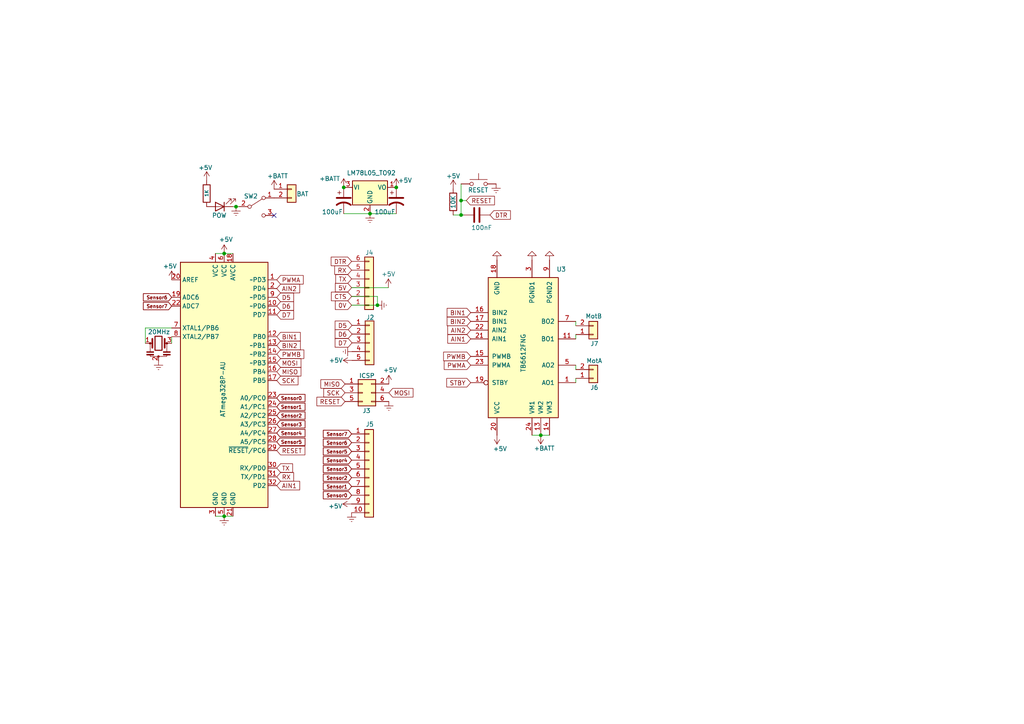
<source format=kicad_sch>
(kicad_sch (version 20230121) (generator eeschema)
  (paper "A4")
  (lib_symbols
    (symbol "ATmega328P-A_1"
      (property "Value" "ATmega328P-AU " (at -0.381 -9.398 90))
      (symbol "ATmega328P-A_1_0_1"
        (rectangle (start -12.7 -35.56) (end 12.7 35.56) (stroke (width 0.254)) (fill (type background)))
      )
      (symbol "ATmega328P-A_1_1_1"
        (pin bidirectional line (at 15.24 30.48 180) (length 2.54) (name "~PD3") (number "1"))
        (pin bidirectional line (at 15.24 22.86 180) (length 2.54) (name "~PD6") (number "10"))
        (pin bidirectional line (at 15.24 20.32 180) (length 2.54) (name "PD7") (number "11"))
        (pin bidirectional line (at 15.24 13.97 180) (length 2.54) (name "PB0") (number "12"))
        (pin bidirectional line (at 15.24 11.43 180) (length 2.54) (name "~PB1") (number "13"))
        (pin bidirectional line (at 15.24 8.89 180) (length 2.54) (name "~PB2") (number "14"))
        (pin bidirectional line (at 15.24 6.35 180) (length 2.54) (name "~PB3") (number "15"))
        (pin bidirectional line (at 15.24 3.81 180) (length 2.54) (name "PB4") (number "16"))
        (pin bidirectional line (at 15.24 1.27 180) (length 2.54) (name "PB5") (number "17"))
        (pin power_in line (at 2.54 38.1 270) (length 2.54) (name "AVCC") (number "18"))
        (pin input line (at -15.24 25.4 0) (length 2.54) (name "ADC6") (number "19"))
        (pin bidirectional line (at 15.24 27.94 180) (length 2.54) (name "PD4") (number "2"))
        (pin passive line (at -15.24 30.48 0) (length 2.54) (name "AREF") (number "20"))
        (pin passive line (at 2.54 -38.1 90) (length 2.54) (name "GND") (number "21"))
        (pin input line (at -15.24 22.86 0) (length 2.54) (name "ADC7") (number "22"))
        (pin bidirectional line (at 15.24 -3.81 180) (length 2.54) (name "A0/PC0") (number "23"))
        (pin bidirectional line (at 15.24 -6.35 180) (length 2.54) (name "A1/PC1") (number "24"))
        (pin bidirectional line (at 15.24 -8.89 180) (length 2.54) (name "A2/PC2") (number "25"))
        (pin bidirectional line (at 15.24 -11.43 180) (length 2.54) (name "A3/PC3") (number "26"))
        (pin bidirectional line (at 15.24 -13.97 180) (length 2.54) (name "A4/PC4") (number "27"))
        (pin bidirectional line (at 15.24 -16.51 180) (length 2.54) (name "A5/PC5") (number "28"))
        (pin bidirectional line (at 15.24 -19.05 180) (length 2.54) (name "~{RESET}/PC6") (number "29"))
        (pin power_in line (at -2.54 -38.1 90) (length 2.54) (name "GND") (number "3"))
        (pin bidirectional line (at 15.24 -24.13 180) (length 2.54) (name "RX/PD0") (number "30"))
        (pin bidirectional line (at 15.24 -26.67 180) (length 2.54) (name "TX/PD1") (number "31"))
        (pin bidirectional line (at 15.24 -29.21 180) (length 2.54) (name "PD2") (number "32"))
        (pin power_in line (at -2.54 38.1 270) (length 2.54) (name "VCC") (number "4"))
        (pin passive line (at 0 -38.1 90) (length 2.54) (name "GND") (number "5"))
        (pin passive line (at 0 38.1 270) (length 2.54) (name "VCC") (number "6"))
        (pin bidirectional line (at -15.24 16.51 0) (length 2.54) (name "XTAL1/PB6") (number "7"))
        (pin bidirectional line (at -15.24 13.97 0) (length 2.54) (name "XTAL2/PB7") (number "8"))
        (pin bidirectional line (at 15.24 25.4 180) (length 2.54) (name "~PD5") (number "9"))
      )
    )
    (symbol "Connector_Generic:Conn_01x02" (pin_names (offset 1.016) hide)
      (property "Reference" "J" (at 0 2.54 0))
      (property "Value" "Conn_01x02" (at 0 -5.08 0))
      (symbol "Conn_01x02_1_1"
        (rectangle (start -1.27 -2.413) (end 0 -2.667) (stroke (width 0.1524)))
        (rectangle (start -1.27 0.127) (end 0 -0.127) (stroke (width 0.1524)))
        (rectangle (start -1.27 1.27) (end 1.27 -3.81) (stroke (width 0.254)) (fill (type background)))
        (pin passive line (at -5.08 0 0) (length 3.81) (name "Pin_1") (number "1"))
        (pin passive line (at -5.08 -2.54 0) (length 3.81) (name "Pin_2") (number "2"))
      )
    )
    (symbol "Connector_Generic:Conn_01x05" (pin_names (offset 1.016) hide)
      (property "Reference" "J" (at 0 7.62 0))
      (property "Value" "Conn_01x05" (at 0 -7.62 0))
      (symbol "Conn_01x05_1_1"
        (rectangle (start -1.27 -4.953) (end 0 -5.207) (stroke (width 0.1524)))
        (rectangle (start -1.27 -2.413) (end 0 -2.667) (stroke (width 0.1524)))
        (rectangle (start -1.27 0.127) (end 0 -0.127) (stroke (width 0.1524)))
        (rectangle (start -1.27 2.667) (end 0 2.413) (stroke (width 0.1524)))
        (rectangle (start -1.27 5.207) (end 0 4.953) (stroke (width 0.1524)))
        (rectangle (start -1.27 6.35) (end 1.27 -6.35) (stroke (width 0.254)) (fill (type background)))
        (pin passive line (at -5.08 5.08 0) (length 3.81) (name "Pin_1") (number "1"))
        (pin passive line (at -5.08 2.54 0) (length 3.81) (name "Pin_2") (number "2"))
        (pin passive line (at -5.08 0 0) (length 3.81) (name "Pin_3") (number "3"))
        (pin passive line (at -5.08 -2.54 0) (length 3.81) (name "Pin_4") (number "4"))
        (pin passive line (at -5.08 -5.08 0) (length 3.81) (name "Pin_5") (number "5"))
      )
    )
    (symbol "Connector_Generic:Conn_01x10" (pin_names (offset 1.016) hide)
      (property "Reference" "J" (at 0 12.7 0))
      (property "Value" "Conn_01x10" (at 0 -15.24 0))
      (symbol "Conn_01x10_1_1"
        (rectangle (start -1.27 -12.573) (end 0 -12.827) (stroke (width 0.1524)))
        (rectangle (start -1.27 -10.033) (end 0 -10.287) (stroke (width 0.1524)))
        (rectangle (start -1.27 -7.493) (end 0 -7.747) (stroke (width 0.1524)))
        (rectangle (start -1.27 -4.953) (end 0 -5.207) (stroke (width 0.1524)))
        (rectangle (start -1.27 -2.413) (end 0 -2.667) (stroke (width 0.1524)))
        (rectangle (start -1.27 0.127) (end 0 -0.127) (stroke (width 0.1524)))
        (rectangle (start -1.27 2.667) (end 0 2.413) (stroke (width 0.1524)))
        (rectangle (start -1.27 5.207) (end 0 4.953) (stroke (width 0.1524)))
        (rectangle (start -1.27 7.747) (end 0 7.493) (stroke (width 0.1524)))
        (rectangle (start -1.27 10.287) (end 0 10.033) (stroke (width 0.1524)))
        (rectangle (start -1.27 11.43) (end 1.27 -13.97) (stroke (width 0.254)) (fill (type background)))
        (pin passive line (at -5.08 10.16 0) (length 3.81) (name "Pin_1") (number "1"))
        (pin passive line (at -5.08 -12.7 0) (length 3.81) (name "Pin_10") (number "10"))
        (pin passive line (at -5.08 7.62 0) (length 3.81) (name "Pin_2") (number "2"))
        (pin passive line (at -5.08 5.08 0) (length 3.81) (name "Pin_3") (number "3"))
        (pin passive line (at -5.08 2.54 0) (length 3.81) (name "Pin_4") (number "4"))
        (pin passive line (at -5.08 0 0) (length 3.81) (name "Pin_5") (number "5"))
        (pin passive line (at -5.08 -2.54 0) (length 3.81) (name "Pin_6") (number "6"))
        (pin passive line (at -5.08 -5.08 0) (length 3.81) (name "Pin_7") (number "7"))
        (pin passive line (at -5.08 -7.62 0) (length 3.81) (name "Pin_8") (number "8"))
        (pin passive line (at -5.08 -10.16 0) (length 3.81) (name "Pin_9") (number "9"))
      )
    )
    (symbol "Connector_Generic:Conn_02x03_Odd_Even" (pin_names (offset 1.016) hide)
      (property "Reference" "J" (at 1.27 5.08 0))
      (property "Value" "Conn_02x03_Odd_Even" (at 1.27 -5.08 0))
      (symbol "Conn_02x03_Odd_Even_1_1"
        (rectangle (start -1.27 -2.413) (end 0 -2.667) (stroke (width 0.1524)))
        (rectangle (start -1.27 0.127) (end 0 -0.127) (stroke (width 0.1524)))
        (rectangle (start -1.27 2.667) (end 0 2.413) (stroke (width 0.1524)))
        (rectangle (start -1.27 3.81) (end 3.81 -3.81) (stroke (width 0.254)) (fill (type background)))
        (rectangle (start 3.81 -2.413) (end 2.54 -2.667) (stroke (width 0.1524)))
        (rectangle (start 3.81 0.127) (end 2.54 -0.127) (stroke (width 0.1524)))
        (rectangle (start 3.81 2.667) (end 2.54 2.413) (stroke (width 0.1524)))
        (pin passive line (at -5.08 2.54 0) (length 3.81) (name "Pin_1") (number "1"))
        (pin passive line (at 7.62 2.54 180) (length 3.81) (name "Pin_2") (number "2"))
        (pin passive line (at -5.08 0 0) (length 3.81) (name "Pin_3") (number "3"))
        (pin passive line (at 7.62 0 180) (length 3.81) (name "Pin_4") (number "4"))
        (pin passive line (at -5.08 -2.54 0) (length 3.81) (name "Pin_5") (number "5"))
        (pin passive line (at 7.62 -2.54 180) (length 3.81) (name "Pin_6") (number "6"))
      )
    )
    (symbol "Connector_Generic_MountingPin:Conn_01x06_MountingPin" (pin_names (offset 1.016) hide)
      (symbol "Conn_01x06_MountingPin_1_1"
        (rectangle (start -1.27 -7.493) (end 0 -7.747) (stroke (width 0.1524)))
        (rectangle (start -1.27 -4.953) (end 0 -5.207) (stroke (width 0.1524)))
        (rectangle (start -1.27 -2.413) (end 0 -2.667) (stroke (width 0.1524)))
        (rectangle (start -1.27 0.127) (end 0 -0.127) (stroke (width 0.1524)))
        (rectangle (start -1.27 2.667) (end 0 2.413) (stroke (width 0.1524)))
        (rectangle (start -1.27 5.207) (end 0 4.953) (stroke (width 0.1524)))
        (rectangle (start -1.27 6.35) (end 1.27 -8.89) (stroke (width 0.254)) (fill (type background)))
        (pin passive line (at -5.08 5.08 0) (length 3.81) (name "Pin_1") (number "1"))
        (pin passive line (at -5.08 2.54 0) (length 3.81) (name "Pin_2") (number "2"))
        (pin passive line (at -5.08 0 0) (length 3.81) (name "Pin_3") (number "3"))
        (pin passive line (at -5.08 -2.54 0) (length 3.81) (name "Pin_4") (number "4"))
        (pin passive line (at -5.08 -5.08 0) (length 3.81) (name "Pin_5") (number "5"))
        (pin passive line (at -5.08 -7.62 0) (length 3.81) (name "Pin_6") (number "6"))
      )
    )
    (symbol "Device:C" (pin_numbers hide) (pin_names (offset 0.254))
      (property "Reference" "C" (at 0.635 2.54 0))
      (property "Value" "C" (at 0.635 -2.54 0))
      (symbol "C_0_1"
        (polyline (pts (xy -2.032 -0.762) (xy 2.032 -0.762)) (stroke (width 0.508)))
        (polyline (pts (xy -2.032 0.762) (xy 2.032 0.762)) (stroke (width 0.508)))
      )
      (symbol "C_1_1"
        (pin passive line (at 0 3.81 270) (length 2.794) (name "~") (number "1"))
        (pin passive line (at 0 -3.81 90) (length 2.794) (name "~") (number "2"))
      )
    )
    (symbol "Device:C_Polarized_US" (pin_numbers hide) (pin_names (offset 0.254) hide)
      (property "Reference" "C" (at 0.635 2.54 0))
      (property "Value" "C_Polarized_US" (at 0.635 -2.54 0))
      (symbol "C_Polarized_US_0_1"
        (polyline (pts (xy -2.032 0.762) (xy 2.032 0.762)) (stroke (width 0.508)))
        (polyline (pts (xy -1.778 2.286) (xy -0.762 2.286)))
        (polyline (pts (xy -1.27 1.778) (xy -1.27 2.794)))
        (arc (start 2.032 -1.27) (mid 0 -0.5572) (end -2.032 -1.27) (stroke (width 0.508)))
      )
      (symbol "C_Polarized_US_1_1"
        (pin passive line (at 0 3.81 270) (length 2.794) (name "~") (number "1"))
        (pin passive line (at 0 -3.81 90) (length 3.302) (name "~") (number "2"))
      )
    )
    (symbol "Device:LED" (pin_numbers hide) (pin_names (offset 1.016) hide)
      (property "Reference" "D" (at 0 2.54 0))
      (property "Value" "LED" (at 0 -2.54 0))
      (symbol "LED_0_1"
        (polyline (pts (xy -1.27 -1.27) (xy -1.27 1.27)) (stroke (width 0.254)))
        (polyline (pts (xy -1.27 0) (xy 1.27 0)))
        (polyline (pts (xy 1.27 -1.27) (xy 1.27 1.27) (xy -1.27 0) (xy 1.27 -1.27)) (stroke (width 0.254)))
        (polyline (pts (xy -3.048 -0.762) (xy -4.572 -2.286) (xy -3.81 -2.286) (xy -4.572 -2.286) (xy -4.572 -1.524)))
        (polyline (pts (xy -1.778 -0.762) (xy -3.302 -2.286) (xy -2.54 -2.286) (xy -3.302 -2.286) (xy -3.302 -1.524)))
      )
      (symbol "LED_1_1"
        (pin passive line (at -3.81 0 0) (length 2.54) (name "K") (number "1"))
        (pin passive line (at 3.81 0 180) (length 2.54) (name "A") (number "2"))
      )
    )
    (symbol "Device:R" (pin_numbers hide) (pin_names (offset 0))
      (property "Reference" "R" (at 2.032 0 90))
      (property "Value" "R" (at 0 0 90))
      (symbol "R_0_1"
        (rectangle (start -1.016 -2.54) (end 1.016 2.54) (stroke (width 0.254)))
      )
      (symbol "R_1_1"
        (pin passive line (at 0 3.81 270) (length 1.27) (name "~") (number "1"))
        (pin passive line (at 0 -3.81 90) (length 1.27) (name "~") (number "2"))
      )
    )
    (symbol "Device:Resonator" (pin_names (offset 1.016) hide)
      (property "Reference" "Y" (at 0 5.715 0))
      (property "Value" "Resonator" (at 0 3.81 0))
      (symbol "Resonator_0_1"
        (rectangle (start -3.429 -3.175) (end -1.397 -3.429) (fill (type outline)))
        (rectangle (start -3.429 -2.413) (end -1.397 -2.667) (fill (type outline)))
        (circle (center -2.413 0) (radius 0.254) (fill (type outline)))
        (rectangle (start -1.016 2.032) (end 1.016 -2.032) (stroke (width 0.3048)))
        (circle (center 0 -3.81) (radius 0.254) (fill (type outline)))
        (polyline (pts (xy -2.413 -2.413) (xy -2.413 0)))
        (polyline (pts (xy -1.905 0) (xy -3.175 0)))
        (polyline (pts (xy -1.778 -1.27) (xy -1.778 1.27)) (stroke (width 0.508)))
        (polyline (pts (xy 1.778 -1.27) (xy 1.778 1.27)) (stroke (width 0.508)))
        (polyline (pts (xy 1.905 0) (xy 2.54 0)))
        (polyline (pts (xy 2.413 0) (xy 2.413 -2.54)))
        (polyline (pts (xy 2.413 -3.302) (xy 2.413 -3.81) (xy -2.413 -3.81) (xy -2.413 -3.302)))
        (rectangle (start 1.397 -3.175) (end 3.429 -3.429) (fill (type outline)))
        (rectangle (start 1.397 -2.413) (end 3.429 -2.667) (fill (type outline)))
        (circle (center 2.413 0) (radius 0.254) (fill (type outline)))
      )
      (symbol "Resonator_1_1"
        (pin passive line (at -3.81 0 0) (length 1.27) (name "1") (number "1"))
        (pin passive line (at 0 -5.08 90) (length 1.27) (name "2") (number "2"))
        (pin passive line (at 3.81 0 180) (length 1.27) (name "3") (number "3"))
      )
    )
    (symbol "Driver_Motor:TB6612FNG" (pin_names (offset 1.016))
      (property "Reference" "U" (at 11.43 17.78 0))
      (property "Value" "TB6612FNG" (at 11.43 15.24 0))
      (symbol "TB6612FNG_0_1"
        (rectangle (start -10.16 20.32) (end 10.16 -20.32) (stroke (width 0.254)) (fill (type background)))
      )
      (symbol "TB6612FNG_1_1"
        (pin output line (at 15.24 10.16 180) (length 5.08) (name "AO1") (number "1"))
        (pin passive line (at 7.62 -25.4 90) (length 5.08) hide (name "PGND2") (number "10"))
        (pin output line (at 15.24 -2.54 180) (length 5.08) (name "BO1") (number "11"))
        (pin passive line (at 15.24 -2.54 180) (length 5.08) hide (name "BO1") (number "12"))
        (pin power_in line (at 5.08 25.4 270) (length 5.08) (name "VM2") (number "13"))
        (pin power_in line (at 7.62 25.4 270) (length 5.08) (name "VM3") (number "14"))
        (pin input line (at -15.24 2.54 0) (length 5.08) (name "PWMB") (number "15"))
        (pin input line (at -15.24 -10.16 0) (length 5.08) (name "BIN2") (number "16"))
        (pin input line (at -15.24 -7.62 0) (length 5.08) (name "BIN1") (number "17"))
        (pin power_in line (at -7.62 -25.4 90) (length 5.08) (name "GND") (number "18"))
        (pin input inverted (at -15.24 10.16 0) (length 5.08) (name "STBY") (number "19"))
        (pin passive line (at 15.24 10.16 180) (length 5.08) hide (name "AO1") (number "2"))
        (pin power_in line (at -7.62 25.4 270) (length 5.08) (name "VCC") (number "20"))
        (pin input line (at -15.24 -2.54 0) (length 5.08) (name "AIN1") (number "21"))
        (pin input line (at -15.24 -5.08 0) (length 5.08) (name "AIN2") (number "22"))
        (pin input line (at -15.24 5.08 0) (length 5.08) (name "PWMA") (number "23"))
        (pin power_in line (at 2.54 25.4 270) (length 5.08) (name "VM1") (number "24"))
        (pin power_in line (at 2.54 -25.4 90) (length 5.08) (name "PGND1") (number "3"))
        (pin passive line (at 2.54 -25.4 90) (length 5.08) hide (name "PGND1") (number "4"))
        (pin output line (at 15.24 5.08 180) (length 5.08) (name "AO2") (number "5"))
        (pin passive line (at 15.24 5.08 180) (length 5.08) hide (name "AO2") (number "6"))
        (pin output line (at 15.24 -7.62 180) (length 5.08) (name "BO2") (number "7"))
        (pin passive line (at 15.24 -7.62 180) (length 5.08) hide (name "BO2") (number "8"))
        (pin power_in line (at 7.62 -25.4 90) (length 5.08) (name "PGND2") (number "9"))
      )
    )
    (symbol "Regulator_Linear:LM78L05_TO92" (pin_names (offset 0.254))
      (property "Reference" "U" (at -3.81 3.175 0))
      (property "Value" "LM78L05_TO92" (at 0 3.175 0))
      (symbol "LM78L05_TO92_0_1"
        (rectangle (start -5.08 -5.08) (end 5.08 1.905) (stroke (width 0.254)) (fill (type background)))
      )
      (symbol "LM78L05_TO92_1_1"
        (pin power_out line (at 7.62 0 180) (length 2.54) (name "VO") (number "1"))
        (pin power_in line (at 0 -7.62 90) (length 2.54) (name "GND") (number "2"))
        (pin power_in line (at -7.62 0 0) (length 2.54) (name "VI") (number "3"))
      )
    )
    (symbol "Switch:SW_Push" (pin_numbers hide) (pin_names (offset 1.016) hide)
      (property "Reference" "SW" (at 1.27 2.54 0))
      (property "Value" "SW_Push" (at 0 -1.524 0))
      (symbol "SW_Push_0_1"
        (circle (center -2.032 0) (radius 0.508))
        (polyline (pts (xy 0 1.27) (xy 0 3.048)))
        (polyline (pts (xy 2.54 1.27) (xy -2.54 1.27)))
        (circle (center 2.032 0) (radius 0.508))
        (pin passive line (at -5.08 0 0) (length 2.54) (name "1") (number "1"))
        (pin passive line (at 5.08 0 180) (length 2.54) (name "2") (number "2"))
      )
    )
    (symbol "Switch:SW_SPDT" (pin_names (offset 0) hide)
      (property "Reference" "SW" (at 0 4.318 0))
      (property "Value" "SW_SPDT" (at 0 -5.08 0))
      (symbol "SW_SPDT_0_0"
        (circle (center -2.032 0) (radius 0.508))
        (circle (center 2.032 -2.54) (radius 0.508))
      )
      (symbol "SW_SPDT_0_1"
        (polyline (pts (xy -1.524 0.254) (xy 1.651 2.286)))
        (circle (center 2.032 2.54) (radius 0.508))
      )
      (symbol "SW_SPDT_1_1"
        (pin passive line (at 5.08 2.54 180) (length 2.54) (name "A") (number "1"))
        (pin passive line (at -5.08 0 0) (length 2.54) (name "B") (number "2"))
        (pin passive line (at 5.08 -2.54 180) (length 2.54) (name "C") (number "3"))
      )
    )
    (symbol "power:+5V" (power) (pin_names (offset 0))
      (property "Value" "+5V" (at 0 3.556 0))
      (symbol "+5V_0_1"
        (polyline (pts (xy -0.762 1.27) (xy 0 2.54)))
        (polyline (pts (xy 0 0) (xy 0 2.54)))
        (polyline (pts (xy 0 2.54) (xy 0.762 1.27)))
      )
      (symbol "+5V_1_1"
        (pin power_in line (at 0 0 90) (length 0) hide (name "+5V") (number "1"))
      )
    )
    (symbol "power:+BATT" (power) (pin_names (offset 0))
      (property "Value" "+BATT" (at 0 3.556 0))
      (symbol "+BATT_0_1"
        (polyline (pts (xy -0.762 1.27) (xy 0 2.54)))
        (polyline (pts (xy 0 0) (xy 0 2.54)))
        (polyline (pts (xy 0 2.54) (xy 0.762 1.27)))
      )
      (symbol "+BATT_1_1"
        (pin power_in line (at 0 0 90) (length 0) hide (name "+BATT") (number "1"))
      )
    )
    (symbol "power:Earth" (power) (pin_names (offset 0))
      (symbol "Earth_0_1"
        (polyline (pts (xy -0.635 -1.905) (xy 0.635 -1.905)))
        (polyline (pts (xy -0.127 -2.54) (xy 0.127 -2.54)))
        (polyline (pts (xy 0 -1.27) (xy 0 0)))
        (polyline (pts (xy 1.27 -1.27) (xy -1.27 -1.27)))
      )
      (symbol "Earth_1_1"
        (pin power_in line (at 0 0 270) (length 0) hide (name "Earth") (number "1"))
      )
    )
    (symbol "power:GND" (power) (pin_names (offset 0))
      (property "Value" "GND" (at 0 -3.81 0))
      (symbol "GND_0_1"
        (polyline (pts (xy 0 0) (xy 0 -1.27) (xy 1.27 -1.27) (xy 0 -2.54) (xy -1.27 -1.27) (xy 0 -1.27)))
      )
      (symbol "GND_1_1"
        (pin power_in line (at 0 0 270) (length 0) hide (name "GND") (number "1"))
      )
    )
  )
  (junction (at 99.695 54.356))
  (junction (at 65.024 149.733))
  (junction (at 133.731 62.357))
  (junction (at 156.845 126.238))
  (junction (at 68.453 59.944))
  (junction (at 114.935 54.356))
  (junction (at 133.731 58.166))
  (junction (at 107.315 61.976))
  (junction (at 109.474 88.519))
  (junction (at 65.024 73.533))
  (no_connect (at 79.502 62.484))
  (wire (pts (xy 67.564 59.944) (xy 68.453 59.944)))
  (wire (pts (xy 42.164 99.568) (xy 42.164 95.123)))
  (wire (pts (xy 107.315 61.976) (xy 114.935 61.976)))
  (wire (pts (xy 156.845 126.238) (xy 159.385 126.238)))
  (wire (pts (xy 99.695 61.976) (xy 107.315 61.976)))
  (wire (pts (xy 134.493 62.357) (xy 133.731 62.357)))
  (wire (pts (xy 167.005 107.188) (xy 167.005 105.918)))
  (wire (pts (xy 167.005 94.488) (xy 167.005 93.218)))
  (wire (pts (xy 133.731 58.166) (xy 133.731 62.357)))
  (wire (pts (xy 133.731 53.34) (xy 133.731 58.166)))
  (wire (pts (xy 109.474 85.979) (xy 101.981 85.979)))
  (wire (pts (xy 109.474 88.519) (xy 101.981 88.519)))
  (wire (pts (xy 131.445 62.357) (xy 133.731 62.357)))
  (wire (pts (xy 112.649 83.439) (xy 101.981 83.439)))
  (wire (pts (xy 62.484 73.533) (xy 65.024 73.533)))
  (wire (pts (xy 167.005 98.298) (xy 167.005 97.028)))
  (wire (pts (xy 65.024 149.733) (xy 67.564 149.733)))
  (wire (pts (xy 65.024 73.533) (xy 67.564 73.533)))
  (wire (pts (xy 62.484 149.733) (xy 65.024 149.733)))
  (wire (pts (xy 109.474 88.519) (xy 109.474 85.979)))
  (wire (pts (xy 49.784 99.568) (xy 49.784 97.663)))
  (wire (pts (xy 167.005 109.728) (xy 167.005 110.998)))
  (wire (pts (xy 68.453 59.944) (xy 69.342 59.944)))
  (wire (pts (xy 154.305 126.238) (xy 156.845 126.238)))
  (wire (pts (xy 135.255 58.166) (xy 133.731 58.166)))
  (wire (pts (xy 42.164 95.123) (xy 49.784 95.123)))
  (global_label "DTR" (shape input) (at 142.113 62.357 0) (property "Intersheetrefs" "${INTERSHEET_REFS}" (effects hide)))
  (global_label "Sensor4" (shape input) (at 101.981 133.477 180) (effects (font (size 1 1) (thickness 0.2) bold)) (property "Intersheetrefs" "${INTERSHEET_REFS}" (effects hide)))
  (global_label "PWMA" (shape input) (at 80.264 81.153 0) (property "Intersheetrefs" "${INTERSHEET_REFS}" (effects hide)))
  (global_label "SCK" (shape input) (at 100.076 113.919 180) (property "Intersheetrefs" "${INTERSHEET_REFS}" (effects hide)))
  (global_label "AIN2" (shape input) (at 80.264 83.693 0) (property "Intersheetrefs" "${INTERSHEET_REFS}" (effects hide)))
  (global_label "RX" (shape input) (at 101.981 78.359 180) (property "Intersheetrefs" "${INTERSHEET_REFS}" (effects hide)))
  (global_label "Sensor2" (shape input) (at 101.981 138.557 180) (effects (font (size 1 1) (thickness 0.2) bold)) (property "Intersheetrefs" "${INTERSHEET_REFS}" (effects hide)))
  (global_label "BIN2" (shape input) (at 136.525 93.218 180) (property "Intersheetrefs" "${INTERSHEET_REFS}" (effects hide)))
  (global_label "Sensor6" (shape input) (at 49.784 86.233 180) (effects (font (size 1 1) (thickness 0.2) bold)) (property "Intersheetrefs" "${INTERSHEET_REFS}" (effects hide)))
  (global_label "RESET" (shape input) (at 100.076 116.459 180) (property "Intersheetrefs" "${INTERSHEET_REFS}" (effects hide)))
  (global_label "PWMB" (shape input) (at 136.525 103.378 180) (property "Intersheetrefs" "${INTERSHEET_REFS}" (effects hide)))
  (global_label "Sensor7" (shape input) (at 101.981 125.857 180) (effects (font (size 1 1) (thickness 0.2) bold)) (property "Intersheetrefs" "${INTERSHEET_REFS}" (effects hide)))
  (global_label "D5" (shape input) (at 80.264 86.233 0) (property "Intersheetrefs" "${INTERSHEET_REFS}" (effects hide)))
  (global_label "Sensor4" (shape input) (at 80.264 125.603 0) (effects (font (size 1 1) (thickness 0.2) bold)) (property "Intersheetrefs" "${INTERSHEET_REFS}" (effects hide)))
  (global_label "RESET" (shape input) (at 135.255 58.166 0) (property "Intersheetrefs" "${INTERSHEET_REFS}" (effects hide)))
  (global_label "5V" (shape input) (at 101.981 83.439 180) (property "Intersheetrefs" "${INTERSHEET_REFS}" (effects hide)))
  (global_label "Sensor1" (shape input) (at 80.264 117.983 0) (effects (font (size 1 1) (thickness 0.2) bold)) (property "Intersheetrefs" "${INTERSHEET_REFS}" (effects hide)))
  (global_label "TX" (shape input) (at 80.264 135.763 0) (property "Intersheetrefs" "${INTERSHEET_REFS}" (effects hide)))
  (global_label "Sensor3" (shape input) (at 101.981 136.017 180) (effects (font (size 1 1) (thickness 0.2) bold)) (property "Intersheetrefs" "${INTERSHEET_REFS}" (effects hide)))
  (global_label "MISO" (shape input) (at 80.264 107.823 0) (property "Intersheetrefs" "${INTERSHEET_REFS}" (effects hide)))
  (global_label "D6" (shape input) (at 80.264 88.773 0) (property "Intersheetrefs" "${INTERSHEET_REFS}" (effects hide)))
  (global_label "BIN2" (shape input) (at 80.264 100.203 0) (property "Intersheetrefs" "${INTERSHEET_REFS}" (effects hide)))
  (global_label "MOSI" (shape input) (at 112.776 113.919 0) (property "Intersheetrefs" "${INTERSHEET_REFS}" (effects hide)))
  (global_label "RX" (shape input) (at 80.264 138.303 0) (property "Intersheetrefs" "${INTERSHEET_REFS}" (effects hide)))
  (global_label "AIN2" (shape input) (at 136.525 95.758 180) (property "Intersheetrefs" "${INTERSHEET_REFS}" (effects hide)))
  (global_label "0V" (shape input) (at 101.981 88.519 180) (property "Intersheetrefs" "${INTERSHEET_REFS}" (effects hide)))
  (global_label "RESET" (shape input) (at 80.264 130.683 0) (property "Intersheetrefs" "${INTERSHEET_REFS}" (effects hide)))
  (global_label "Sensor0" (shape input) (at 101.981 143.637 180) (effects (font (size 1 1) (thickness 0.2) bold)) (property "Intersheetrefs" "${INTERSHEET_REFS}" (effects hide)))
  (global_label "PWMA" (shape input) (at 136.525 105.918 180) (property "Intersheetrefs" "${INTERSHEET_REFS}" (effects hide)))
  (global_label "BIN1" (shape input) (at 80.264 97.663 0) (property "Intersheetrefs" "${INTERSHEET_REFS}" (effects hide)))
  (global_label "MOSI" (shape input) (at 80.264 105.283 0) (property "Intersheetrefs" "${INTERSHEET_REFS}" (effects hide)))
  (global_label "PWMB" (shape input) (at 80.264 102.743 0) (property "Intersheetrefs" "${INTERSHEET_REFS}" (effects hide)))
  (global_label "Sensor5" (shape input) (at 101.981 130.937 180) (effects (font (size 1 1) (thickness 0.2) bold)) (property "Intersheetrefs" "${INTERSHEET_REFS}" (effects hide)))
  (global_label "DTR" (shape input) (at 101.981 75.819 180) (property "Intersheetrefs" "${INTERSHEET_REFS}" (effects hide)))
  (global_label "Sensor3" (shape input) (at 80.264 123.063 0) (effects (font (size 1 1) (thickness 0.2) bold)) (property "Intersheetrefs" "${INTERSHEET_REFS}" (effects hide)))
  (global_label "Sensor6" (shape input) (at 101.981 128.397 180) (effects (font (size 1 1) (thickness 0.2) bold)) (property "Intersheetrefs" "${INTERSHEET_REFS}" (effects hide)))
  (global_label "Sensor1" (shape input) (at 101.981 141.097 180) (effects (font (size 1 1) (thickness 0.2) bold)) (property "Intersheetrefs" "${INTERSHEET_REFS}" (effects hide)))
  (global_label "Sensor2" (shape input) (at 80.264 120.523 0) (effects (font (size 1 1) (thickness 0.2) bold)) (property "Intersheetrefs" "${INTERSHEET_REFS}" (effects hide)))
  (global_label "STBY" (shape input) (at 136.525 110.998 180) (property "Intersheetrefs" "${INTERSHEET_REFS}" (effects hide)))
  (global_label "D6" (shape input) (at 102.108 96.901 180) (property "Intersheetrefs" "${INTERSHEET_REFS}" (effects hide)))
  (global_label "Sensor5" (shape input) (at 80.264 128.143 0) (effects (font (size 1 1) (thickness 0.2) bold)) (property "Intersheetrefs" "${INTERSHEET_REFS}" (effects hide)))
  (global_label "SCK" (shape input) (at 80.264 110.363 0) (property "Intersheetrefs" "${INTERSHEET_REFS}" (effects hide)))
  (global_label "BIN1" (shape input) (at 136.525 90.678 180) (property "Intersheetrefs" "${INTERSHEET_REFS}" (effects hide)))
  (global_label "AIN1" (shape input) (at 136.525 98.298 180) (property "Intersheetrefs" "${INTERSHEET_REFS}" (effects hide)))
  (global_label "D5" (shape input) (at 102.108 94.361 180) (property "Intersheetrefs" "${INTERSHEET_REFS}" (effects hide)))
  (global_label "D7" (shape input) (at 102.108 99.441 180) (property "Intersheetrefs" "${INTERSHEET_REFS}" (effects hide)))
  (global_label "D7" (shape input) (at 80.264 91.313 0) (property "Intersheetrefs" "${INTERSHEET_REFS}" (effects hide)))
  (global_label "AIN1" (shape input) (at 80.264 140.843 0) (property "Intersheetrefs" "${INTERSHEET_REFS}" (effects hide)))
  (global_label "Sensor7" (shape input) (at 49.784 88.773 180) (effects (font (size 1 1) (thickness 0.2) bold)) (property "Intersheetrefs" "${INTERSHEET_REFS}" (effects hide)))
  (global_label "CTS" (shape input) (at 101.981 85.979 180) (property "Intersheetrefs" "${INTERSHEET_REFS}" (effects hide)))
  (global_label "Sensor0" (shape input) (at 80.264 115.443 0) (effects (font (size 1 1) (thickness 0.2) bold)) (property "Intersheetrefs" "${INTERSHEET_REFS}" (effects hide)))
  (global_label "MISO" (shape input) (at 100.076 111.379 180) (property "Intersheetrefs" "${INTERSHEET_REFS}" (effects hide)))
  (global_label "TX" (shape input) (at 101.981 80.899 180) (property "Intersheetrefs" "${INTERSHEET_REFS}" (effects hide)))
  (symbol (lib_id "power:+BATT") (at 79.502 54.864 0) (unit 1)
    (property "Reference" "#PWR09" (effects hide))
    (property "Value" "+BATT" (at 80.518 51.054 0))
  )
  (symbol (lib_id "power:Earth") (at 112.776 116.459 0) (unit 1)
    (property "Reference" "#PWR023" (effects hide))
    (property "Value" "Earth" (effects hide))
  )
  (symbol (lib_id "Switch:SW_Push") (at 138.811 53.34 0) (unit 1)
    (property "Reference" "SW1" (effects hide))
    (property "Value" "RESET" (at 138.684 55.118 0))
  )
  (symbol (lib_id "Switch:SW_SPDT") (at 74.422 59.944 0) (unit 1)
    (property "Reference" "SW2" (at 72.771 56.896 0))
    (property "Value" "SW_SPDT" (effects hide))
  )
  (symbol (lib_id "power:+5V") (at 112.776 111.379 0) (mirror y) (unit 1)
    (property "Reference" "#PWR022" (effects hide))
    (property "Value" "+5V" (at 113.157 107.315 0))
  )
  (symbol (lib_id "Connector_Generic_MountingPin:Conn_01x06_MountingPin") (at 107.061 83.439 0) (mirror x) (unit 1)
    (property "Reference" "J4" (at 105.918 73.279 0) (effects (justify left)))
    (property "Value" "Conn_01x06_MountingPin" (effects hide))
  )
  (symbol (lib_id "power:Earth") (at 68.453 59.944 0) (unit 1)
    (property "Reference" "#PWR08" (effects hide))
    (property "Value" "Earth" (effects hide))
  )
  (symbol (lib_id "Device:Resonator") (at 45.974 99.568 0) (unit 1)
    (property "Reference" "Y1" (effects hide))
    (property "Value" "20MHz" (at 46.101 96.266 0))
    (property "Footprint" "Crystal:Resonator_SMD_Murata_CSTxExxV-3Pin_3.0x1.1mm" (effects hide))
  )
  (symbol (lib_id "power:+BATT") (at 99.695 54.356 0) (unit 1)
    (property "Reference" "#PWR0101" (effects hide))
    (property "Value" "+BATT" (at 95.631 51.816 0))
  )
  (symbol (lib_id "power:+5V") (at 112.649 83.439 0) (mirror y) (unit 1)
    (property "Reference" "#PWR024" (effects hide))
    (property "Value" "+5V" (at 112.649 79.502 0))
  )
  (symbol (lib_id "Connector_Generic:Conn_01x05") (at 107.188 99.441 0) (unit 1)
    (property "Reference" "J2" (at 106.172 92.075 0) (effects (justify left)))
    (property "Value" "Conn_01x05" (effects hide))
  )
  (symbol (lib_id "power:+5V") (at 131.445 54.737 0) (mirror y) (unit 1)
    (property "Reference" "#PWR0102" (effects hide))
    (property "Value" "+5V" (at 131.445 51.054 0))
  )
  (symbol (lib_id "power:+5V") (at 101.981 146.177 90) (mirror x) (unit 1)
    (property "Reference" "#PWR016" (effects hide))
    (property "Value" "+5V" (at 97.282 146.812 90))
  )
  (symbol (lib_name "ATmega328P-A_1") (lib_id "MCU_Microchip_ATmega:ATmega328P-A") (at 65.024 111.633 0) (unit 1)
    (property "Reference" "U1" (effects hide))
    (property "Value" "ATmega328P-AU " (at 64.643 121.031 90) (effects (justify left)))
    (property "Footprint" "Package_QFP:TQFP-32_7x7mm_P0.8mm" (effects hide))
    (property "Datasheet" "http://ww1.microchip.com/downloads/en/DeviceDoc/ATmega328_P%20AVR%20MCU%20with%20picoPower%20Technology%20Data%20Sheet%2040001984A.pdf" (effects hide))
  )
  (symbol (lib_id "power:Earth") (at 45.974 104.648 0) (unit 1)
    (property "Reference" "#PWR01" (effects hide))
    (property "Value" "Earth" (effects hide))
  )
  (symbol (lib_id "power:+5V") (at 102.108 104.521 90) (mirror x) (unit 1)
    (property "Reference" "#PWR07" (effects hide))
    (property "Value" "+5V" (at 97.409 104.521 90))
  )
  (symbol (lib_id "Device:LED") (at 63.754 59.944 180) (unit 1)
    (property "Reference" "D1" (effects hide))
    (property "Value" "POW" (at 61.468 62.484 0) (effects (justify right)))
  )
  (symbol (lib_id "Connector_Generic:Conn_01x02") (at 84.582 54.864 0) (unit 1)
    (property "Reference" "J1" (effects hide))
    (property "Value" "BAT" (at 85.979 56.261 0) (effects (justify left)))
    (property "Footprint" "Connector_PinHeader_2.54mm:PinHeader_1x02_P2.54mm_Vertical" (effects hide))
  )
  (symbol (lib_id "Device:C_Polarized_US") (at 99.695 58.166 0) (unit 1)
    (property "Reference" "C2" (effects hide))
    (property "Value" "100uF" (at 96.393 61.468 0))
    (property "Footprint" "Capacitor_SMD:C_1210_3225Metric_Pad1.33x2.70mm_HandSolder" (effects hide))
  )
  (symbol (lib_id "power:GND") (at 159.385 75.438 0) (mirror x) (unit 1)
    (property "Reference" "#PWR021" (effects hide))
    (property "Value" "GND" (effects hide))
  )
  (symbol (lib_id "power:Earth") (at 143.891 53.34 0) (mirror y) (unit 1)
    (property "Reference" "#PWR06" (effects hide))
    (property "Value" "Earth" (effects hide))
  )
  (symbol (lib_id "Regulator_Linear:LM78L05_TO92") (at 107.315 54.356 0) (unit 1)
    (property "Reference" "U2" (effects hide))
    (property "Value" "LM78L05_TO92" (at 107.696 50.165 0))
    (property "Footprint" "Package_TO_SOT_THT:TO-92_Inline" (effects hide))
    (property "Datasheet" "https://www.onsemi.com/pub/Collateral/MC78L06A-D.pdf" (effects hide))
  )
  (symbol (lib_id "power:Earth") (at 109.474 88.519 90) (mirror x) (unit 1)
    (property "Reference" "#PWR020" (effects hide))
    (property "Value" "Earth" (effects hide))
  )
  (symbol (lib_id "power:Earth") (at 107.315 61.976 0) (unit 1)
    (property "Reference" "#PWR010" (effects hide))
    (property "Value" "Earth" (effects hide))
  )
  (symbol (lib_id "Connector_Generic:Conn_01x02") (at 172.085 109.728 0) (mirror x) (unit 1)
    (property "Reference" "J6" (at 171.196 112.395 0) (effects (justify left)))
    (property "Value" "MotA" (at 170.053 104.648 0) (effects (justify left)))
    (property "Footprint" "Connector_PinHeader_2.54mm:PinHeader_1x02_P2.54mm_Vertical" (effects hide))
  )
  (symbol (lib_id "power:GND") (at 154.305 75.438 0) (mirror x) (unit 1)
    (property "Reference" "#PWR018" (effects hide))
    (property "Value" "GND" (effects hide))
  )
  (symbol (lib_id "Connector_Generic:Conn_02x03_Odd_Even") (at 105.156 113.919 0) (unit 1)
    (property "Reference" "J3" (at 106.299 119.126 0))
    (property "Value" "ICSP" (at 106.426 108.966 0))
    (property "Footprint" "Connector_PinHeader_2.54mm:PinHeader_2x03_P2.54mm_Vertical" (effects hide))
  )
  (symbol (lib_id "power:+5V") (at 59.944 52.324 0) (mirror y) (unit 1)
    (property "Reference" "#PWR012" (effects hide))
    (property "Value" "+5V" (at 59.563 48.641 0))
  )
  (symbol (lib_id "power:+5V") (at 144.145 126.238 0) (mirror x) (unit 1)
    (property "Reference" "#PWR014" (effects hide))
    (property "Value" "+5V" (at 145.034 130.175 0))
  )
  (symbol (lib_id "Device:R") (at 59.944 56.134 180) (unit 1)
    (property "Reference" "R2" (effects hide))
    (property "Value" "1K" (at 59.944 54.991 90) (effects (font (size 1 1)) (justify left)))
    (property "Footprint" "Resistor_SMD:R_1206_3216Metric" (effects hide))
  )
  (symbol (lib_id "power:Earth") (at 102.108 101.981 270) (unit 1)
    (property "Reference" "#PWR05" (effects hide))
    (property "Value" "Earth" (effects hide))
  )
  (symbol (lib_id "Device:C_Polarized_US") (at 114.935 58.166 0) (unit 1)
    (property "Reference" "C3" (effects hide))
    (property "Value" "100uF" (at 111.633 61.468 0))
    (property "Footprint" "Capacitor_SMD:C_1210_3225Metric_Pad1.33x2.70mm_HandSolder" (effects hide))
  )
  (symbol (lib_id "power:+5V") (at 65.024 73.533 0) (unit 1)
    (property "Reference" "#PWR03" (effects hide))
    (property "Value" "+5V" (at 65.532 69.469 0))
  )
  (symbol (lib_id "power:+BATT") (at 156.845 126.238 0) (mirror x) (unit 1)
    (property "Reference" "#PWR019" (effects hide))
    (property "Value" "+BATT" (at 157.861 130.048 0))
  )
  (symbol (lib_id "Device:R") (at 131.445 58.547 180) (unit 1)
    (property "Reference" "R1" (effects hide))
    (property "Value" "10K" (at 131.445 56.642 90) (effects (justify left)))
    (property "Footprint" "Resistor_SMD:R_1206_3216Metric" (effects hide))
  )
  (symbol (lib_id "Connector_Generic:Conn_01x10") (at 107.061 136.017 0) (unit 1)
    (property "Reference" "J5" (at 106.045 123.063 0) (effects (justify left)))
    (property "Value" "Conn_01x10" (effects hide))
    (property "Footprint" "Connector_PinHeader_2.54mm:PinHeader_1x10_P2.54mm_Horizontal" (effects hide))
  )
  (symbol (lib_id "power:GND") (at 144.145 75.438 0) (mirror x) (unit 1)
    (property "Reference" "#PWR015" (effects hide))
    (property "Value" "GND" (effects hide))
  )
  (symbol (lib_id "Driver_Motor:TB6612FNG") (at 151.765 100.838 0) (mirror x) (unit 1) (on_board no)
    (property "Reference" "U3" (at 161.4044 78.105 0) (effects (justify left)))
    (property "Value" "TB6612FNG" (at 151.765 96.774 90) (effects (font (size 1.3 1.3)) (justify left)))
    (property "Footprint" "Package_SO:SSOP-24_5.3x8.2mm_P0.65mm" (effects hide))
    (property "Datasheet" "https://toshiba.semicon-storage.com/us/product/linear/motordriver/detail.TB6612FNG.html" (effects hide))
  )
  (symbol (lib_id "Connector_Generic:Conn_01x02") (at 172.085 97.028 0) (mirror x) (unit 1)
    (property "Reference" "J7" (at 171.196 99.695 0) (effects (justify left)))
    (property "Value" "MotB" (at 169.799 91.694 0) (effects (justify left)))
    (property "Footprint" "Connector_PinHeader_2.54mm:PinHeader_1x02_P2.54mm_Vertical" (effects hide))
  )
  (symbol (lib_id "power:Earth") (at 65.024 149.733 0) (unit 1)
    (property "Reference" "#PWR04" (effects hide))
    (property "Value" "Earth" (effects hide))
  )
  (symbol (lib_id "power:+5V") (at 114.935 54.356 0) (mirror y) (unit 1)
    (property "Reference" "#PWR011" (effects hide))
    (property "Value" "+5V" (at 117.475 52.324 0))
  )
  (symbol (lib_id "power:+5V") (at 49.784 81.153 0) (unit 1)
    (property "Reference" "#PWR02" (effects hide))
    (property "Value" "+5V" (at 49.276 77.216 0))
  )
  (symbol (lib_id "power:Earth") (at 101.981 148.717 0) (unit 1)
    (property "Reference" "#PWR017" (effects hide))
    (property "Value" "Earth" (effects hide))
  )
  (symbol (lib_id "Device:C") (at 138.303 62.357 270) (mirror x) (unit 1)
    (property "Reference" "C6" (effects hide))
    (property "Value" "100nF" (at 136.652 66.04 90) (effects (justify left)))
    (property "Footprint" "Capacitor_SMD:C_0805_2012Metric" (effects hide))
  )
)
</source>
